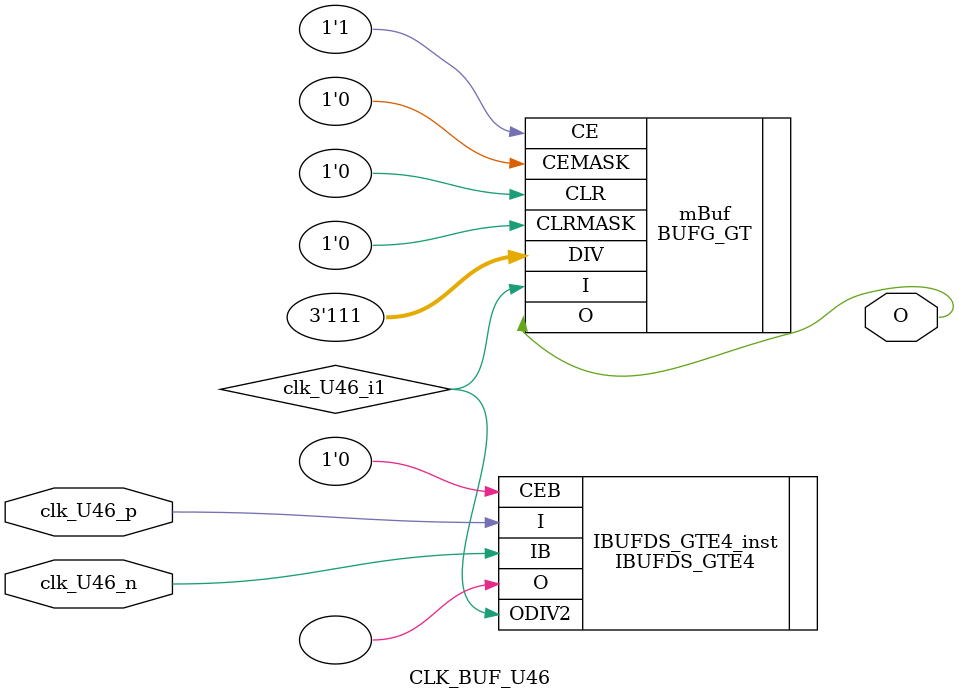
<source format=v>
`timescale 1ns / 1ps


module CLK_BUF_U46(
    input wire clk_U46_p,
    input wire clk_U46_n,
    output wire O
    );

parameter div = 3'b111;
wire clk_U46_i1;

IBUFDS_GTE4 #(.REFCLK_HROW_CK_SEL(2'b00)) // Refer to Transceiver User Guide
IBUFDS_GTE4_inst (
    .O(),                   // 1-bit output: Refer to Transceiver User Guide
    .ODIV2(clk_U46_i1),   // 1-bit output: Refer to Transceiver User Guide
    .CEB(1'b0),             // 1-bit input: This is the active-Low asynchronous clock enable signal for the clock buffer. Setting this signal High powers down the clock buffer
    .I(clk_U46_p),        // 1-bit input: Refer to Transceiver User Guide
    .IB(clk_U46_n)
);

BUFG_GT mBuf
( .I       ( clk_U46_i1 ),
  .O       ( O ),
  .CE      ( 1'b1 ),
  .DIV     ( div ),
  .CLR     ( 1'b0 ),
  .CLRMASK ( 1'b0 ),
  .CEMASK  ( 1'b0 )
);

endmodule

</source>
